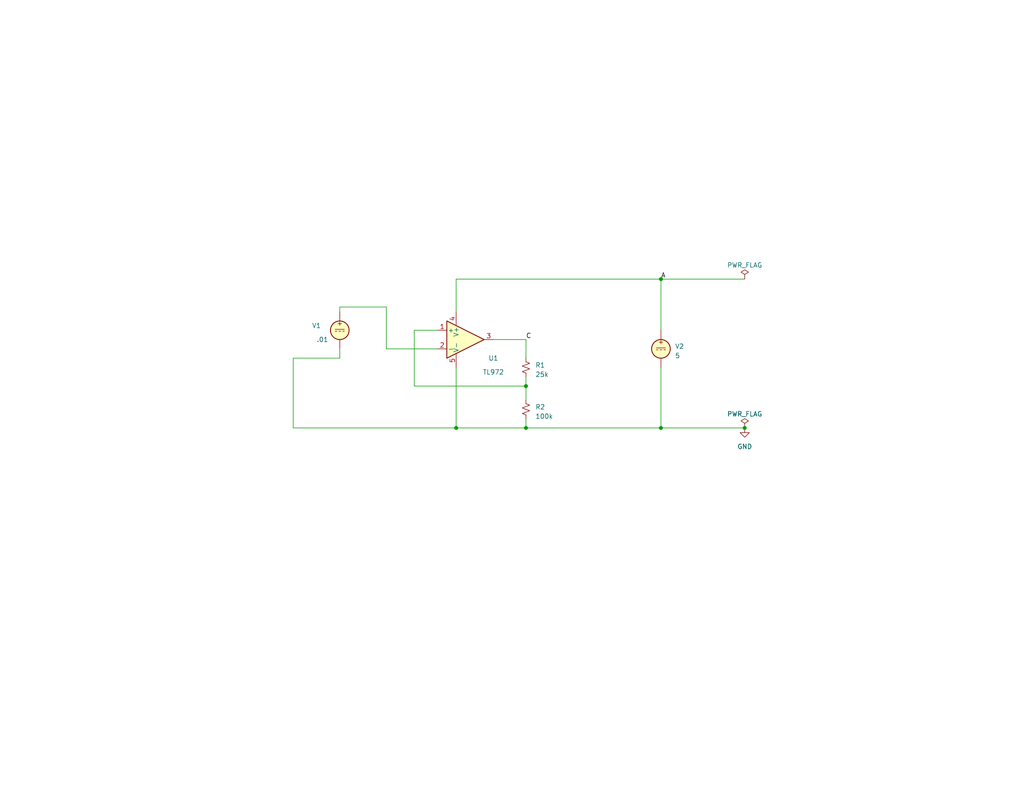
<source format=kicad_sch>
(kicad_sch (version 20230121) (generator eeschema)
  (paper "A")
  (lib_symbols
    (symbol "Device:R_Small_US" (pin_numbers hide) (pin_names (offset 0.254) hide)
      (property "Reference" "R" (at 0.762 0.508 0))
      (property "Value" "R_Small_US" (at 0.762 -1.016 0))
      (symbol "R_Small_US_1_1"
        (polyline (pts (xy 0 0) (xy 1.016 -0.381) (xy 0 -0.762) (xy -1.016 -1.143) (xy 0 -1.524)))
        (polyline (pts (xy 0 1.524) (xy 1.016 1.143) (xy 0 0.762) (xy -1.016 0.381) (xy 0 0)))
        (pin passive line (at 0 2.54 270) (length 1.016) (name "~") (number "1"))
        (pin passive line (at 0 -2.54 90) (length 1.016) (name "~") (number "2"))
      )
    )
    (symbol "Simulation_SPICE:OPAMP" (pin_names (offset 0.254))
      (property "Reference" "U" (at 3.81 3.175 0))
      (property "Value" "${SIM.PARAMS}" (at 3.81 -3.175 0))
      (symbol "OPAMP_0_1"
        (polyline (pts (xy 5.08 0) (xy -5.08 5.08) (xy -5.08 -5.08) (xy 5.08 0)) (stroke (width 0.254)) (fill (type background)))
      )
      (symbol "OPAMP_1_1"
        (pin input line (at -7.62 2.54 0) (length 2.54) (name "+") (number "1"))
        (pin input line (at -7.62 -2.54 0) (length 2.54) (name "-") (number "2"))
        (pin output line (at 7.62 0 180) (length 2.54) (name "~") (number "3"))
        (pin power_in line (at -2.54 7.62 270) (length 3.81) (name "V+") (number "4"))
        (pin power_in line (at -2.54 -7.62 90) (length 3.81) (name "V-") (number "5"))
      )
    )
    (symbol "Simulation_SPICE:VDC" (pin_numbers hide) (pin_names (offset 0.0254))
      (property "Reference" "V" (at 2.54 2.54 0))
      (property "Value" "1" (at 2.54 0 0))
      (symbol "VDC_0_0"
        (polyline (pts (xy -1.27 0.254) (xy 1.27 0.254)))
        (polyline (pts (xy -0.762 -0.254) (xy -1.27 -0.254)))
        (polyline (pts (xy 0.254 -0.254) (xy -0.254 -0.254)))
        (polyline (pts (xy 1.27 -0.254) (xy 0.762 -0.254)))
        (text "+" (at 0 1.905 0) (effects (font (size 1.27 1.27))))
      )
      (symbol "VDC_0_1"
        (circle (center 0 0) (radius 2.54) (stroke (width 0.254)) (fill (type background)))
      )
      (symbol "VDC_1_1"
        (pin passive line (at 0 5.08 270) (length 2.54) (name "~") (number "1"))
        (pin passive line (at 0 -5.08 90) (length 2.54) (name "~") (number "2"))
      )
    )
    (symbol "power:GND" (power) (pin_names (offset 0))
      (property "Value" "GND" (at 0 -3.81 0))
      (symbol "GND_0_1"
        (polyline (pts (xy 0 0) (xy 0 -1.27) (xy 1.27 -1.27) (xy 0 -2.54) (xy -1.27 -1.27) (xy 0 -1.27)))
      )
      (symbol "GND_1_1"
        (pin power_in line (at 0 0 270) (length 0) hide (name "GND") (number "1"))
      )
    )
    (symbol "power:PWR_FLAG" (power) (pin_numbers hide) (pin_names (offset 0) hide)
      (property "Value" "PWR_FLAG" (at 0 3.81 0))
      (symbol "PWR_FLAG_0_0"
        (pin power_out line (at 0 0 90) (length 0) (name "pwr") (number "1"))
      )
      (symbol "PWR_FLAG_0_1"
        (polyline (pts (xy 0 0) (xy 0 1.27) (xy -1.016 1.905) (xy 0 2.54) (xy 1.016 1.905) (xy 0 1.27)))
      )
    )
  )
  (junction (at 143.51 116.84))
  (junction (at 124.46 116.84))
  (junction (at 203.2 116.84))
  (junction (at 180.34 116.84))
  (junction (at 143.51 105.41))
  (junction (at 180.34 76.2))
  (wire (pts (xy 180.34 116.84) (xy 203.2 116.84)))
  (wire (pts (xy 105.41 83.82) (xy 105.41 95.25)))
  (wire (pts (xy 124.46 76.2) (xy 180.34 76.2)))
  (wire (pts (xy 124.46 116.84) (xy 143.51 116.84)))
  (wire (pts (xy 124.46 100.33) (xy 124.46 116.84)))
  (wire (pts (xy 180.34 76.2) (xy 203.2 76.2)))
  (wire (pts (xy 143.51 105.41) (xy 113.03 105.41)))
  (wire (pts (xy 113.03 90.17) (xy 119.38 90.17)))
  (wire (pts (xy 143.51 114.3) (xy 143.51 116.84)))
  (wire (pts (xy 113.03 90.17) (xy 113.03 105.41)))
  (wire (pts (xy 124.46 85.09) (xy 124.46 76.2)))
  (wire (pts (xy 143.51 92.71) (xy 143.51 97.79)))
  (wire (pts (xy 92.71 83.82) (xy 92.71 85.09)))
  (wire (pts (xy 143.51 102.87) (xy 143.51 105.41)))
  (wire (pts (xy 80.01 97.79) (xy 92.71 97.79)))
  (wire (pts (xy 143.51 116.84) (xy 180.34 116.84)))
  (wire (pts (xy 143.51 92.71) (xy 134.62 92.71)))
  (wire (pts (xy 180.34 76.2) (xy 180.34 90.17)))
  (wire (pts (xy 143.51 105.41) (xy 143.51 109.22)))
  (wire (pts (xy 105.41 95.25) (xy 119.38 95.25)))
  (wire (pts (xy 92.71 95.25) (xy 92.71 97.79)))
  (wire (pts (xy 124.46 116.84) (xy 80.01 116.84)))
  (wire (pts (xy 80.01 116.84) (xy 80.01 97.79)))
  (wire (pts (xy 92.71 83.82) (xy 105.41 83.82)))
  (wire (pts (xy 180.34 100.33) (xy 180.34 116.84)))
  (label "C" (at 143.51 92.71 0))
  (label "A" (at 180.34 76.2 0))
  (symbol (lib_id "power:GND") (at 203.2 116.84 0) (unit 1)
    (property "Reference" "#PWR01" (effects hide))
    (property "Value" "GND" (at 203.2 121.92 0))
  )
  (symbol (lib_id "Device:R_Small_US") (at 143.51 100.33 0) (unit 1)
    (property "Reference" "R1" (at 146.05 99.695 0) (effects (justify left)))
    (property "Value" "25k" (at 146.05 102.235 0) (effects (justify left)))
  )
  (symbol (lib_id "Device:R_Small_US") (at 143.51 111.76 0) (unit 1)
    (property "Reference" "R2" (at 146.05 111.125 0) (effects (justify left)))
    (property "Value" "100k" (at 146.05 113.665 0) (effects (justify left)))
  )
  (symbol (lib_id "Simulation_SPICE:VDC") (at 180.34 95.25 0) (unit 1)
    (property "Reference" "V2" (at 184.15 94.5792 0) (effects (justify left)))
    (property "Value" "5" (at 184.15 97.1192 0) (effects (justify left)))
    (property "Sim.Pins" "1=+ 2=-" (effects hide))
    (property "Sim.Type" "DC" (effects hide))
    (property "Sim.Device" "V" (effects hide))
  )
  (symbol (lib_id "Simulation_SPICE:OPAMP") (at 127 92.71 0) (unit 1)
    (property "Reference" "U1" (at 134.62 97.79 0))
    (property "Value" "TL972" (at 134.62 101.6 0))
    (property "Sim.Pins" "1=+IN 2=-IN 3=OUT" (effects hide))
    (property "Sim.Device" "SUBCKT" (effects hide))
    (property "Sim.Name" "uopamp_lvl1" (effects hide))
    (property "Sim.Library" "uopamp_v1.1.lib" (effects hide))
  )
  (symbol (lib_id "power:PWR_FLAG") (at 203.2 76.2 0) (unit 1)
    (property "Reference" "#FLG01" (effects hide))
    (property "Value" "PWR_FLAG" (at 203.2 72.39 0))
  )
  (symbol (lib_id "Simulation_SPICE:VDC") (at 92.71 90.17 0) (unit 1)
    (property "Reference" "V1" (at 85.09 88.9 0) (effects (justify left)))
    (property "Value" ".01" (at 86.36 92.71 0) (effects (justify left)))
    (property "Sim.Pins" "1=+ 2=-" (effects hide))
    (property "Sim.Type" "DC" (effects hide))
    (property "Sim.Device" "V" (effects hide))
  )
  (symbol (lib_id "power:PWR_FLAG") (at 203.2 116.84 0) (unit 1)
    (property "Reference" "#FLG02" (effects hide))
    (property "Value" "PWR_FLAG" (at 203.2 113.03 0))
  )
)
</source>
